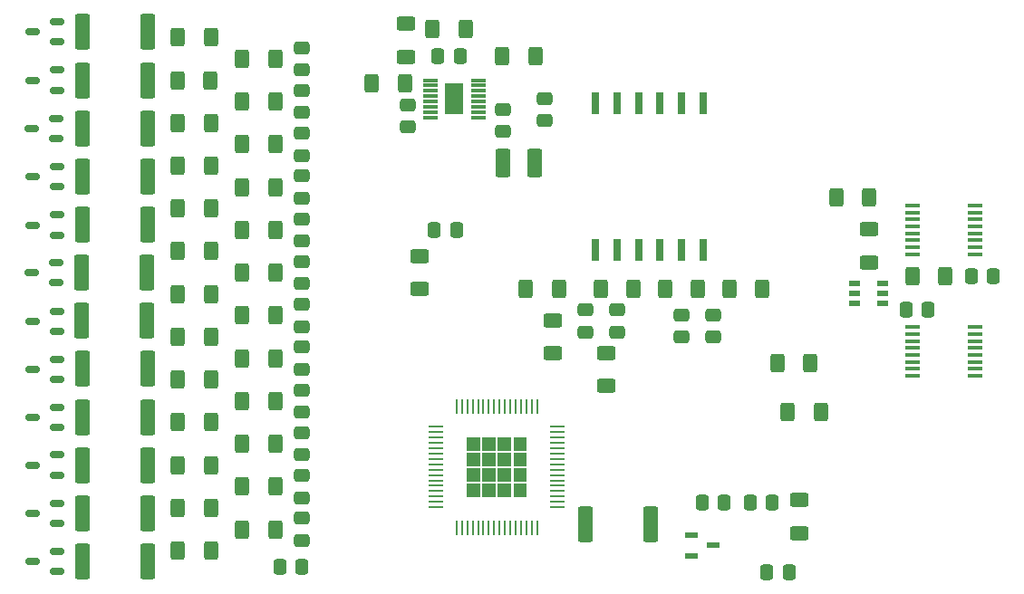
<source format=gbr>
%TF.GenerationSoftware,KiCad,Pcbnew,9.0.0*%
%TF.CreationDate,2025-03-05T21:29:35+02:00*%
%TF.ProjectId,BMS_13,424d535f-3133-42e6-9b69-6361645f7063,rev?*%
%TF.SameCoordinates,Original*%
%TF.FileFunction,Paste,Top*%
%TF.FilePolarity,Positive*%
%FSLAX46Y46*%
G04 Gerber Fmt 4.6, Leading zero omitted, Abs format (unit mm)*
G04 Created by KiCad (PCBNEW 9.0.0) date 2025-03-05 21:29:35*
%MOMM*%
%LPD*%
G01*
G04 APERTURE LIST*
G04 Aperture macros list*
%AMRoundRect*
0 Rectangle with rounded corners*
0 $1 Rounding radius*
0 $2 $3 $4 $5 $6 $7 $8 $9 X,Y pos of 4 corners*
0 Add a 4 corners polygon primitive as box body*
4,1,4,$2,$3,$4,$5,$6,$7,$8,$9,$2,$3,0*
0 Add four circle primitives for the rounded corners*
1,1,$1+$1,$2,$3*
1,1,$1+$1,$4,$5*
1,1,$1+$1,$6,$7*
1,1,$1+$1,$8,$9*
0 Add four rect primitives between the rounded corners*
20,1,$1+$1,$2,$3,$4,$5,0*
20,1,$1+$1,$4,$5,$6,$7,0*
20,1,$1+$1,$6,$7,$8,$9,0*
20,1,$1+$1,$8,$9,$2,$3,0*%
G04 Aperture macros list end*
%ADD10C,0.000000*%
%ADD11RoundRect,0.250000X-0.475000X0.337500X-0.475000X-0.337500X0.475000X-0.337500X0.475000X0.337500X0*%
%ADD12RoundRect,0.250000X-0.400000X-0.625000X0.400000X-0.625000X0.400000X0.625000X-0.400000X0.625000X0*%
%ADD13RoundRect,0.250001X-0.462499X-1.074999X0.462499X-1.074999X0.462499X1.074999X-0.462499X1.074999X0*%
%ADD14RoundRect,0.250000X0.400000X0.625000X-0.400000X0.625000X-0.400000X-0.625000X0.400000X-0.625000X0*%
%ADD15RoundRect,0.249999X0.450001X1.425001X-0.450001X1.425001X-0.450001X-1.425001X0.450001X-1.425001X0*%
%ADD16R,1.475000X0.450000*%
%ADD17RoundRect,0.250000X0.625000X-0.400000X0.625000X0.400000X-0.625000X0.400000X-0.625000X-0.400000X0*%
%ADD18RoundRect,0.150000X0.512500X0.150000X-0.512500X0.150000X-0.512500X-0.150000X0.512500X-0.150000X0*%
%ADD19RoundRect,0.250000X-0.337500X-0.475000X0.337500X-0.475000X0.337500X0.475000X-0.337500X0.475000X0*%
%ADD20RoundRect,0.250000X-0.625000X0.400000X-0.625000X-0.400000X0.625000X-0.400000X0.625000X0.400000X0*%
%ADD21RoundRect,0.250000X0.475000X-0.337500X0.475000X0.337500X-0.475000X0.337500X-0.475000X-0.337500X0*%
%ADD22R,1.050000X0.550000*%
%ADD23R,0.279400X1.346200*%
%ADD24R,1.346200X0.279400*%
%ADD25RoundRect,0.250000X0.337500X0.475000X-0.337500X0.475000X-0.337500X-0.475000X0.337500X-0.475000X0*%
%ADD26R,1.300000X0.600000*%
%ADD27R,1.425000X0.300000*%
%ADD28R,1.753000X2.947000*%
%ADD29R,0.800000X2.010000*%
%ADD30RoundRect,0.249999X-0.450001X-1.425001X0.450001X-1.425001X0.450001X1.425001X-0.450001X1.425001X0*%
G04 APERTURE END LIST*
D10*
%TO.C,U1*%
G36*
X143702200Y-105129100D02*
G01*
X142454400Y-105129100D01*
X142454400Y-103881300D01*
X143702200Y-103881300D01*
X143702200Y-105129100D01*
G37*
G36*
X143702200Y-106576900D02*
G01*
X142454400Y-106576900D01*
X142454400Y-105329100D01*
X143702200Y-105329100D01*
X143702200Y-106576900D01*
G37*
G36*
X143702200Y-108024700D02*
G01*
X142454400Y-108024700D01*
X142454400Y-106776900D01*
X143702200Y-106776900D01*
X143702200Y-108024700D01*
G37*
G36*
X143702200Y-109472500D02*
G01*
X142454400Y-109472500D01*
X142454400Y-108224700D01*
X143702200Y-108224700D01*
X143702200Y-109472500D01*
G37*
G36*
X145150000Y-105129100D02*
G01*
X143902200Y-105129100D01*
X143902200Y-103881300D01*
X145150000Y-103881300D01*
X145150000Y-105129100D01*
G37*
G36*
X145150000Y-106576900D02*
G01*
X143902200Y-106576900D01*
X143902200Y-105329100D01*
X145150000Y-105329100D01*
X145150000Y-106576900D01*
G37*
G36*
X145150000Y-108024700D02*
G01*
X143902200Y-108024700D01*
X143902200Y-106776900D01*
X145150000Y-106776900D01*
X145150000Y-108024700D01*
G37*
G36*
X145150000Y-109472500D02*
G01*
X143902200Y-109472500D01*
X143902200Y-108224700D01*
X145150000Y-108224700D01*
X145150000Y-109472500D01*
G37*
G36*
X146597800Y-105129100D02*
G01*
X145350000Y-105129100D01*
X145350000Y-103881300D01*
X146597800Y-103881300D01*
X146597800Y-105129100D01*
G37*
G36*
X146597800Y-106576900D02*
G01*
X145350000Y-106576900D01*
X145350000Y-105329100D01*
X146597800Y-105329100D01*
X146597800Y-106576900D01*
G37*
G36*
X146597800Y-108024700D02*
G01*
X145350000Y-108024700D01*
X145350000Y-106776900D01*
X146597800Y-106776900D01*
X146597800Y-108024700D01*
G37*
G36*
X146597800Y-109472500D02*
G01*
X145350000Y-109472500D01*
X145350000Y-108224700D01*
X146597800Y-108224700D01*
X146597800Y-109472500D01*
G37*
G36*
X148045600Y-105129100D02*
G01*
X146797800Y-105129100D01*
X146797800Y-103881300D01*
X148045600Y-103881300D01*
X148045600Y-105129100D01*
G37*
G36*
X148045600Y-106576900D02*
G01*
X146797800Y-106576900D01*
X146797800Y-105329100D01*
X148045600Y-105329100D01*
X148045600Y-106576900D01*
G37*
G36*
X148045600Y-108024700D02*
G01*
X146797800Y-108024700D01*
X146797800Y-106776900D01*
X148045600Y-106776900D01*
X148045600Y-108024700D01*
G37*
G36*
X148045600Y-109472500D02*
G01*
X146797800Y-109472500D01*
X146797800Y-108224700D01*
X148045600Y-108224700D01*
X148045600Y-109472500D01*
G37*
%TD*%
D11*
%TO.C,C15*%
X127000000Y-95462500D03*
X127000000Y-97537500D03*
%TD*%
D12*
%TO.C,R38*%
X115450000Y-74500000D03*
X118550000Y-74500000D03*
%TD*%
D13*
%TO.C,L1*%
X145800500Y-78250000D03*
X148775500Y-78250000D03*
%TD*%
D12*
%TO.C,R32*%
X115450000Y-82500000D03*
X118550000Y-82500000D03*
%TD*%
D14*
%TO.C,R7*%
X174550000Y-97000000D03*
X171450000Y-97000000D03*
%TD*%
%TO.C,R69*%
X175500000Y-101500000D03*
X172400000Y-101500000D03*
%TD*%
D12*
%TO.C,R24*%
X121450000Y-96500000D03*
X124550000Y-96500000D03*
%TD*%
%TO.C,R23*%
X115450000Y-94500000D03*
X118550000Y-94500000D03*
%TD*%
D15*
%TO.C,R46*%
X112600000Y-115500000D03*
X106500000Y-115500000D03*
%TD*%
D16*
%TO.C,IC3*%
X189938000Y-98150000D03*
X189938000Y-97500000D03*
X189938000Y-96850000D03*
X189938000Y-96200000D03*
X189938000Y-95550000D03*
X189938000Y-94900000D03*
X189938000Y-94250000D03*
X189938000Y-93600000D03*
X184062000Y-93600000D03*
X184062000Y-94250000D03*
X184062000Y-94900000D03*
X184062000Y-95550000D03*
X184062000Y-96200000D03*
X184062000Y-96850000D03*
X184062000Y-97500000D03*
X184062000Y-98150000D03*
%TD*%
D17*
%TO.C,R70*%
X173500000Y-112850000D03*
X173500000Y-109750000D03*
%TD*%
D11*
%TO.C,C18*%
X127000000Y-83462500D03*
X127000000Y-85537500D03*
%TD*%
D12*
%TO.C,R12*%
X121450000Y-108500000D03*
X124550000Y-108500000D03*
%TD*%
D18*
%TO.C,Q11*%
X104187500Y-66900000D03*
X104187500Y-65000000D03*
X101912500Y-65950000D03*
%TD*%
D19*
%TO.C,C1*%
X139750500Y-68250000D03*
X141825500Y-68250000D03*
%TD*%
D20*
%TO.C,R51*%
X138000000Y-86950000D03*
X138000000Y-90050000D03*
%TD*%
D21*
%TO.C,C9*%
X162500000Y-94537500D03*
X162500000Y-92462500D03*
%TD*%
D11*
%TO.C,C12*%
X127000000Y-107462500D03*
X127000000Y-109537500D03*
%TD*%
D12*
%TO.C,R44*%
X115450000Y-66500000D03*
X118550000Y-66500000D03*
%TD*%
D11*
%TO.C,C17*%
X127000000Y-87462500D03*
X127000000Y-89537500D03*
%TD*%
D12*
%TO.C,R15*%
X115450000Y-110500000D03*
X118550000Y-110500000D03*
%TD*%
%TO.C,R27*%
X121450000Y-92500000D03*
X124550000Y-92500000D03*
%TD*%
D22*
%TO.C,IC2*%
X181300000Y-91400000D03*
X181300000Y-90450000D03*
X181300000Y-89500000D03*
X178700000Y-89500000D03*
X178700000Y-90450000D03*
X178700000Y-91400000D03*
%TD*%
D21*
%TO.C,C2*%
X149750000Y-74287500D03*
X149750000Y-72212500D03*
%TD*%
D17*
%TO.C,R49*%
X150500000Y-96050000D03*
X150500000Y-92950000D03*
%TD*%
D11*
%TO.C,C23*%
X127000000Y-111462500D03*
X127000000Y-113537500D03*
%TD*%
D14*
%TO.C,R52*%
X187183538Y-88818599D03*
X184083538Y-88818599D03*
%TD*%
D15*
%TO.C,R43*%
X112600000Y-66000000D03*
X106500000Y-66000000D03*
%TD*%
D19*
%TO.C,C25*%
X139425000Y-84500000D03*
X141500000Y-84500000D03*
%TD*%
D15*
%TO.C,R19*%
X112600000Y-102000000D03*
X106500000Y-102000000D03*
%TD*%
%TO.C,R31*%
X112600000Y-84000000D03*
X106500000Y-84000000D03*
%TD*%
D12*
%TO.C,R3*%
X145738000Y-68250000D03*
X148838000Y-68250000D03*
%TD*%
D23*
%TO.C,U1*%
X149000000Y-101000000D03*
X148500001Y-101000000D03*
X148000000Y-101000000D03*
X147500001Y-101000000D03*
X146999999Y-101000000D03*
X146500000Y-101000000D03*
X146000001Y-101000000D03*
X145500000Y-101000000D03*
X145000000Y-101000000D03*
X144499999Y-101000000D03*
X144000000Y-101000000D03*
X143500001Y-101000000D03*
X142999999Y-101000000D03*
X142500000Y-101000000D03*
X141999999Y-101000000D03*
X141500000Y-101000000D03*
D24*
X139573100Y-102926900D03*
X139573100Y-103426899D03*
X139573100Y-103926900D03*
X139573100Y-104426899D03*
X139573100Y-104926901D03*
X139573100Y-105426900D03*
X139573100Y-105926899D03*
X139573100Y-106426900D03*
X139573100Y-106926900D03*
X139573100Y-107426901D03*
X139573100Y-107926900D03*
X139573100Y-108426899D03*
X139573100Y-108926901D03*
X139573100Y-109426900D03*
X139573100Y-109926901D03*
X139573100Y-110426900D03*
D23*
X141500000Y-112353800D03*
X141999999Y-112353800D03*
X142500000Y-112353800D03*
X142999999Y-112353800D03*
X143500001Y-112353800D03*
X144000000Y-112353800D03*
X144499999Y-112353800D03*
X145000000Y-112353800D03*
X145500000Y-112353800D03*
X146000001Y-112353800D03*
X146500000Y-112353800D03*
X146999999Y-112353800D03*
X147500001Y-112353800D03*
X148000000Y-112353800D03*
X148500001Y-112353800D03*
X149000000Y-112353800D03*
D24*
X150926900Y-110426900D03*
X150926900Y-109926901D03*
X150926900Y-109426900D03*
X150926900Y-108926901D03*
X150926900Y-108426899D03*
X150926900Y-107926900D03*
X150926900Y-107426901D03*
X150926900Y-106926900D03*
X150926900Y-106426900D03*
X150926900Y-105926899D03*
X150926900Y-105426900D03*
X150926900Y-104926901D03*
X150926900Y-104426899D03*
X150926900Y-103926900D03*
X150926900Y-103426899D03*
X150926900Y-102926900D03*
%TD*%
D25*
%TO.C,C11*%
X166500000Y-110000000D03*
X164425000Y-110000000D03*
%TD*%
D11*
%TO.C,C13*%
X127000000Y-103462500D03*
X127000000Y-105537500D03*
%TD*%
D12*
%TO.C,R30*%
X121450000Y-88500000D03*
X124550000Y-88500000D03*
%TD*%
D15*
%TO.C,R22*%
X112600000Y-97500000D03*
X106500000Y-97500000D03*
%TD*%
D14*
%TO.C,R11*%
X164050000Y-90000000D03*
X160950000Y-90000000D03*
%TD*%
D11*
%TO.C,C22*%
X127000000Y-67462500D03*
X127000000Y-69537500D03*
%TD*%
D12*
%TO.C,R42*%
X121450000Y-72500000D03*
X124550000Y-72500000D03*
%TD*%
D25*
%TO.C,C10*%
X171000000Y-110000000D03*
X168925000Y-110000000D03*
%TD*%
D12*
%TO.C,R48*%
X121450000Y-112500000D03*
X124550000Y-112500000D03*
%TD*%
D25*
%TO.C,C24*%
X127037500Y-116000000D03*
X124962500Y-116000000D03*
%TD*%
D11*
%TO.C,C14*%
X127000000Y-99462500D03*
X127000000Y-101537500D03*
%TD*%
D18*
%TO.C,Q6*%
X104050000Y-89450000D03*
X104050000Y-87550000D03*
X101775000Y-88500000D03*
%TD*%
D14*
%TO.C,R10*%
X170050000Y-90000000D03*
X166950000Y-90000000D03*
%TD*%
D12*
%TO.C,R29*%
X115450000Y-86500000D03*
X118550000Y-86500000D03*
%TD*%
D18*
%TO.C,Q9*%
X104050000Y-76000000D03*
X104050000Y-74100000D03*
X101775000Y-75050000D03*
%TD*%
D12*
%TO.C,R26*%
X115450000Y-90500000D03*
X118550000Y-90500000D03*
%TD*%
D18*
%TO.C,Q4*%
X104187500Y-98500000D03*
X104187500Y-96600000D03*
X101912500Y-97550000D03*
%TD*%
%TO.C,Q3*%
X104187500Y-103000000D03*
X104187500Y-101100000D03*
X101912500Y-102050000D03*
%TD*%
D15*
%TO.C,R28*%
X112550000Y-88500000D03*
X106450000Y-88500000D03*
%TD*%
D12*
%TO.C,R17*%
X115450000Y-102500000D03*
X118550000Y-102500000D03*
%TD*%
%TO.C,R4*%
X133562465Y-70768955D03*
X136662465Y-70768955D03*
%TD*%
D26*
%TO.C,Q18*%
X163400000Y-113050000D03*
X163400000Y-114950000D03*
X165500000Y-114000000D03*
%TD*%
D27*
%TO.C,IC1*%
X139076000Y-70500000D03*
X139076000Y-71000000D03*
X139076000Y-71500000D03*
X139076000Y-72000000D03*
X139076000Y-72500000D03*
X139076000Y-73000000D03*
X139076000Y-73500000D03*
X139076000Y-74000000D03*
X143500000Y-74000000D03*
X143500000Y-73500000D03*
X143500000Y-73000000D03*
X143500000Y-72500000D03*
X143500000Y-72000000D03*
X143500000Y-71500000D03*
X143500000Y-71000000D03*
X143500000Y-70500000D03*
D28*
X141288000Y-72250000D03*
%TD*%
D25*
%TO.C,C32*%
X172575000Y-116500000D03*
X170500000Y-116500000D03*
%TD*%
D12*
%TO.C,R8*%
X147950000Y-90000000D03*
X151050000Y-90000000D03*
%TD*%
%TO.C,R39*%
X121450000Y-76500000D03*
X124550000Y-76500000D03*
%TD*%
D29*
%TO.C,T1*%
X164500000Y-72655000D03*
X162500000Y-72655000D03*
X160500000Y-72655000D03*
X158500000Y-72655000D03*
X156500000Y-72655000D03*
X154500000Y-72655000D03*
X154500000Y-86345000D03*
X156500000Y-86345000D03*
X158500000Y-86345000D03*
X160500000Y-86345000D03*
X162500000Y-86345000D03*
X164500000Y-86345000D03*
%TD*%
D11*
%TO.C,C20*%
X127000000Y-75462500D03*
X127000000Y-77537500D03*
%TD*%
D25*
%TO.C,C26*%
X185575000Y-92000000D03*
X183500000Y-92000000D03*
%TD*%
D15*
%TO.C,R25*%
X112550000Y-93000000D03*
X106450000Y-93000000D03*
%TD*%
D21*
%TO.C,C7*%
X156500000Y-94037500D03*
X156500000Y-91962500D03*
%TD*%
%TO.C,C6*%
X153500000Y-94075000D03*
X153500000Y-92000000D03*
%TD*%
D15*
%TO.C,R14*%
X112600000Y-111000000D03*
X106500000Y-111000000D03*
%TD*%
D12*
%TO.C,R41*%
X115400000Y-70500000D03*
X118500000Y-70500000D03*
%TD*%
%TO.C,R20*%
X115450000Y-98500000D03*
X118550000Y-98500000D03*
%TD*%
%TO.C,R36*%
X121450000Y-80500000D03*
X124550000Y-80500000D03*
%TD*%
%TO.C,R33*%
X121450000Y-84500000D03*
X124550000Y-84500000D03*
%TD*%
%TO.C,R35*%
X115450000Y-78500000D03*
X118550000Y-78500000D03*
%TD*%
D15*
%TO.C,R37*%
X112600000Y-75000000D03*
X106500000Y-75000000D03*
%TD*%
%TO.C,R16*%
X112600000Y-106500000D03*
X106500000Y-106500000D03*
%TD*%
D12*
%TO.C,R13*%
X115450000Y-106500000D03*
X118550000Y-106500000D03*
%TD*%
%TO.C,R45*%
X121450000Y-68500000D03*
X124550000Y-68500000D03*
%TD*%
D18*
%TO.C,Q2*%
X104187500Y-107450000D03*
X104187500Y-105550000D03*
X101912500Y-106500000D03*
%TD*%
%TO.C,Q12*%
X104187500Y-116450000D03*
X104187500Y-114550000D03*
X101912500Y-115500000D03*
%TD*%
D20*
%TO.C,R50*%
X155500000Y-96000000D03*
X155500000Y-99100000D03*
%TD*%
%TO.C,R1*%
X136788000Y-65200000D03*
X136788000Y-68300000D03*
%TD*%
D15*
%TO.C,R40*%
X112600000Y-70500000D03*
X106500000Y-70500000D03*
%TD*%
D12*
%TO.C,R21*%
X121450000Y-100500000D03*
X124550000Y-100500000D03*
%TD*%
%TO.C,R18*%
X121450000Y-104500000D03*
X124550000Y-104500000D03*
%TD*%
D11*
%TO.C,C21*%
X127000000Y-71462500D03*
X127000000Y-73537500D03*
%TD*%
D18*
%TO.C,Q5*%
X104187500Y-94000000D03*
X104187500Y-92100000D03*
X101912500Y-93050000D03*
%TD*%
D19*
%TO.C,C5*%
X189562500Y-88800000D03*
X191637500Y-88800000D03*
%TD*%
D15*
%TO.C,R34*%
X112600000Y-79500000D03*
X106500000Y-79500000D03*
%TD*%
D18*
%TO.C,Q7*%
X104187500Y-85000000D03*
X104187500Y-83100000D03*
X101912500Y-84050000D03*
%TD*%
D21*
%TO.C,C8*%
X165500000Y-94537500D03*
X165500000Y-92462500D03*
%TD*%
D12*
%TO.C,R6*%
X176950000Y-81500000D03*
X180050000Y-81500000D03*
%TD*%
D18*
%TO.C,Q10*%
X104187500Y-71450000D03*
X104187500Y-69550000D03*
X101912500Y-70500000D03*
%TD*%
%TO.C,Q1*%
X104187500Y-111950000D03*
X104187500Y-110050000D03*
X101912500Y-111000000D03*
%TD*%
D16*
%TO.C,IC4*%
X184062000Y-82225000D03*
X184062000Y-82875000D03*
X184062000Y-83525000D03*
X184062000Y-84175000D03*
X184062000Y-84825000D03*
X184062000Y-85475000D03*
X184062000Y-86125000D03*
X184062000Y-86775000D03*
X189938000Y-86775000D03*
X189938000Y-86125000D03*
X189938000Y-85475000D03*
X189938000Y-84825000D03*
X189938000Y-84175000D03*
X189938000Y-83525000D03*
X189938000Y-82875000D03*
X189938000Y-82225000D03*
%TD*%
D21*
%TO.C,C4*%
X136911722Y-74877204D03*
X136911722Y-72802204D03*
%TD*%
D12*
%TO.C,R47*%
X115450000Y-114500000D03*
X118550000Y-114500000D03*
%TD*%
D11*
%TO.C,C16*%
X127000000Y-91462500D03*
X127000000Y-93537500D03*
%TD*%
%TO.C,C19*%
X127000000Y-79462500D03*
X127000000Y-81537500D03*
%TD*%
D18*
%TO.C,Q8*%
X104187500Y-80450000D03*
X104187500Y-78550000D03*
X101912500Y-79500000D03*
%TD*%
D21*
%TO.C,C3*%
X145788000Y-75287500D03*
X145788000Y-73212500D03*
%TD*%
D14*
%TO.C,R2*%
X142338000Y-65750000D03*
X139238000Y-65750000D03*
%TD*%
D20*
%TO.C,R5*%
X180000000Y-84450000D03*
X180000000Y-87550000D03*
%TD*%
D12*
%TO.C,R9*%
X154950000Y-90000000D03*
X158050000Y-90000000D03*
%TD*%
D30*
%TO.C,R68*%
X153500000Y-112000000D03*
X159600000Y-112000000D03*
%TD*%
M02*

</source>
